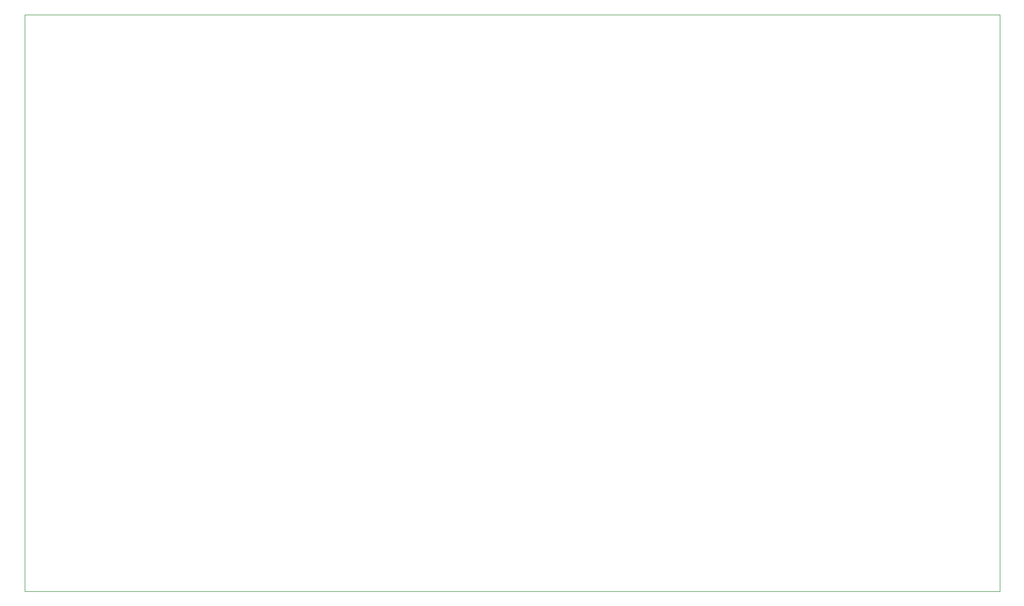
<source format=gbr>
%TF.GenerationSoftware,KiCad,Pcbnew,9.0.0*%
%TF.CreationDate,2025-07-08T15:13:07+02:00*%
%TF.ProjectId,Genric ESP32 5 MOSFEST ,47656e72-6963-4204-9553-503332203520,rev?*%
%TF.SameCoordinates,Original*%
%TF.FileFunction,Profile,NP*%
%FSLAX46Y46*%
G04 Gerber Fmt 4.6, Leading zero omitted, Abs format (unit mm)*
G04 Created by KiCad (PCBNEW 9.0.0) date 2025-07-08 15:13:07*
%MOMM*%
%LPD*%
G01*
G04 APERTURE LIST*
%TA.AperFunction,Profile*%
%ADD10C,0.050000*%
%TD*%
G04 APERTURE END LIST*
D10*
X12000000Y-105000000D02*
X169000000Y-105000000D01*
X169000000Y-198000000D01*
X12000000Y-198000000D01*
X12000000Y-105000000D01*
M02*

</source>
